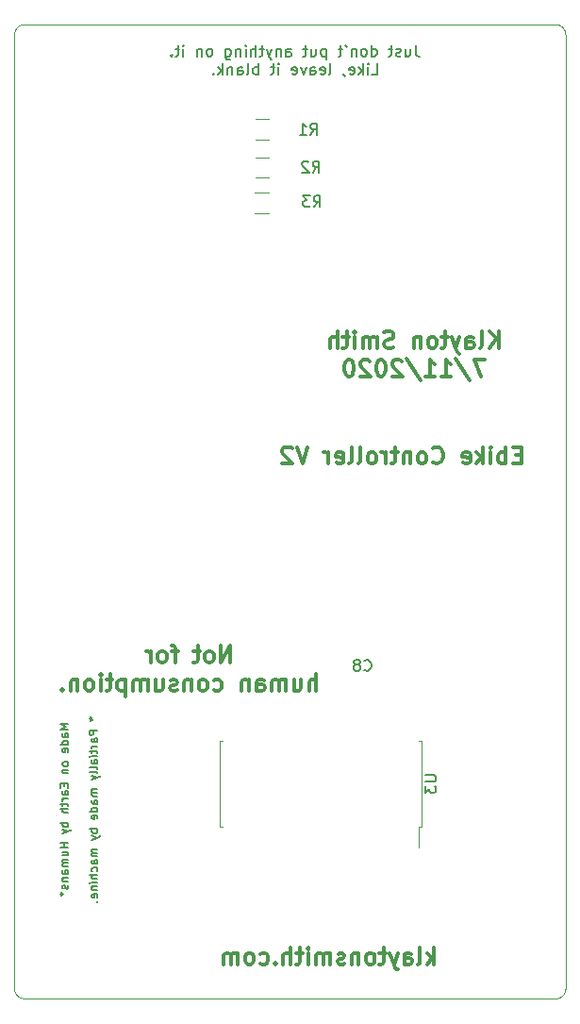
<source format=gbr>
G04 #@! TF.GenerationSoftware,KiCad,Pcbnew,(5.1.5)-3*
G04 #@! TF.CreationDate,2020-08-20T14:44:53-04:00*
G04 #@! TF.ProjectId,Ebike Board,4562696b-6520-4426-9f61-72642e6b6963,rev?*
G04 #@! TF.SameCoordinates,Original*
G04 #@! TF.FileFunction,Legend,Bot*
G04 #@! TF.FilePolarity,Positive*
%FSLAX46Y46*%
G04 Gerber Fmt 4.6, Leading zero omitted, Abs format (unit mm)*
G04 Created by KiCad (PCBNEW (5.1.5)-3) date 2020-08-20 14:44:53*
%MOMM*%
%LPD*%
G04 APERTURE LIST*
%ADD10C,0.120000*%
%ADD11C,0.050000*%
%ADD12C,0.300000*%
%ADD13C,0.150000*%
%ADD14C,0.187500*%
G04 APERTURE END LIST*
D10*
X111900000Y-157100000D02*
G75*
G02X111000000Y-156200000I0J900000D01*
G01*
X111000000Y-70600000D02*
G75*
G02X111900000Y-69700000I900000J0D01*
G01*
X159600000Y-69700000D02*
G75*
G02X160500000Y-70600000I0J-900000D01*
G01*
X160500000Y-156200000D02*
G75*
G02X159600000Y-157100000I-900000J0D01*
G01*
D11*
X111000000Y-156200000D02*
X111000000Y-70600000D01*
X159600000Y-157100000D02*
X111900000Y-157100000D01*
X160500000Y-70600000D02*
X160500000Y-156200000D01*
X111900000Y-69700000D02*
X159600000Y-69700000D01*
D12*
X148628571Y-153978571D02*
X148628571Y-152478571D01*
X148485714Y-153407142D02*
X148057142Y-153978571D01*
X148057142Y-152978571D02*
X148628571Y-153550000D01*
X147200000Y-153978571D02*
X147342857Y-153907142D01*
X147414285Y-153764285D01*
X147414285Y-152478571D01*
X145985714Y-153978571D02*
X145985714Y-153192857D01*
X146057142Y-153050000D01*
X146200000Y-152978571D01*
X146485714Y-152978571D01*
X146628571Y-153050000D01*
X145985714Y-153907142D02*
X146128571Y-153978571D01*
X146485714Y-153978571D01*
X146628571Y-153907142D01*
X146700000Y-153764285D01*
X146700000Y-153621428D01*
X146628571Y-153478571D01*
X146485714Y-153407142D01*
X146128571Y-153407142D01*
X145985714Y-153335714D01*
X145414285Y-152978571D02*
X145057142Y-153978571D01*
X144700000Y-152978571D02*
X145057142Y-153978571D01*
X145200000Y-154335714D01*
X145271428Y-154407142D01*
X145414285Y-154478571D01*
X144342857Y-152978571D02*
X143771428Y-152978571D01*
X144128571Y-152478571D02*
X144128571Y-153764285D01*
X144057142Y-153907142D01*
X143914285Y-153978571D01*
X143771428Y-153978571D01*
X143057142Y-153978571D02*
X143200000Y-153907142D01*
X143271428Y-153835714D01*
X143342857Y-153692857D01*
X143342857Y-153264285D01*
X143271428Y-153121428D01*
X143200000Y-153050000D01*
X143057142Y-152978571D01*
X142842857Y-152978571D01*
X142700000Y-153050000D01*
X142628571Y-153121428D01*
X142557142Y-153264285D01*
X142557142Y-153692857D01*
X142628571Y-153835714D01*
X142700000Y-153907142D01*
X142842857Y-153978571D01*
X143057142Y-153978571D01*
X141914285Y-152978571D02*
X141914285Y-153978571D01*
X141914285Y-153121428D02*
X141842857Y-153050000D01*
X141700000Y-152978571D01*
X141485714Y-152978571D01*
X141342857Y-153050000D01*
X141271428Y-153192857D01*
X141271428Y-153978571D01*
X140628571Y-153907142D02*
X140485714Y-153978571D01*
X140200000Y-153978571D01*
X140057142Y-153907142D01*
X139985714Y-153764285D01*
X139985714Y-153692857D01*
X140057142Y-153550000D01*
X140200000Y-153478571D01*
X140414285Y-153478571D01*
X140557142Y-153407142D01*
X140628571Y-153264285D01*
X140628571Y-153192857D01*
X140557142Y-153050000D01*
X140414285Y-152978571D01*
X140200000Y-152978571D01*
X140057142Y-153050000D01*
X139342857Y-153978571D02*
X139342857Y-152978571D01*
X139342857Y-153121428D02*
X139271428Y-153050000D01*
X139128571Y-152978571D01*
X138914285Y-152978571D01*
X138771428Y-153050000D01*
X138700000Y-153192857D01*
X138700000Y-153978571D01*
X138700000Y-153192857D02*
X138628571Y-153050000D01*
X138485714Y-152978571D01*
X138271428Y-152978571D01*
X138128571Y-153050000D01*
X138057142Y-153192857D01*
X138057142Y-153978571D01*
X137342857Y-153978571D02*
X137342857Y-152978571D01*
X137342857Y-152478571D02*
X137414285Y-152550000D01*
X137342857Y-152621428D01*
X137271428Y-152550000D01*
X137342857Y-152478571D01*
X137342857Y-152621428D01*
X136842857Y-152978571D02*
X136271428Y-152978571D01*
X136628571Y-152478571D02*
X136628571Y-153764285D01*
X136557142Y-153907142D01*
X136414285Y-153978571D01*
X136271428Y-153978571D01*
X135771428Y-153978571D02*
X135771428Y-152478571D01*
X135128571Y-153978571D02*
X135128571Y-153192857D01*
X135200000Y-153050000D01*
X135342857Y-152978571D01*
X135557142Y-152978571D01*
X135700000Y-153050000D01*
X135771428Y-153121428D01*
X134414285Y-153835714D02*
X134342857Y-153907142D01*
X134414285Y-153978571D01*
X134485714Y-153907142D01*
X134414285Y-153835714D01*
X134414285Y-153978571D01*
X133057142Y-153907142D02*
X133200000Y-153978571D01*
X133485714Y-153978571D01*
X133628571Y-153907142D01*
X133700000Y-153835714D01*
X133771428Y-153692857D01*
X133771428Y-153264285D01*
X133700000Y-153121428D01*
X133628571Y-153050000D01*
X133485714Y-152978571D01*
X133200000Y-152978571D01*
X133057142Y-153050000D01*
X132200000Y-153978571D02*
X132342857Y-153907142D01*
X132414285Y-153835714D01*
X132485714Y-153692857D01*
X132485714Y-153264285D01*
X132414285Y-153121428D01*
X132342857Y-153050000D01*
X132200000Y-152978571D01*
X131985714Y-152978571D01*
X131842857Y-153050000D01*
X131771428Y-153121428D01*
X131700000Y-153264285D01*
X131700000Y-153692857D01*
X131771428Y-153835714D01*
X131842857Y-153907142D01*
X131985714Y-153978571D01*
X132200000Y-153978571D01*
X131057142Y-153978571D02*
X131057142Y-152978571D01*
X131057142Y-153121428D02*
X130985714Y-153050000D01*
X130842857Y-152978571D01*
X130628571Y-152978571D01*
X130485714Y-153050000D01*
X130414285Y-153192857D01*
X130414285Y-153978571D01*
X130414285Y-153192857D02*
X130342857Y-153050000D01*
X130200000Y-152978571D01*
X129985714Y-152978571D01*
X129842857Y-153050000D01*
X129771428Y-153192857D01*
X129771428Y-153978571D01*
D13*
X147009523Y-71527380D02*
X147009523Y-72241666D01*
X147057142Y-72384523D01*
X147152380Y-72479761D01*
X147295238Y-72527380D01*
X147390476Y-72527380D01*
X146104761Y-71860714D02*
X146104761Y-72527380D01*
X146533333Y-71860714D02*
X146533333Y-72384523D01*
X146485714Y-72479761D01*
X146390476Y-72527380D01*
X146247619Y-72527380D01*
X146152380Y-72479761D01*
X146104761Y-72432142D01*
X145676190Y-72479761D02*
X145580952Y-72527380D01*
X145390476Y-72527380D01*
X145295238Y-72479761D01*
X145247619Y-72384523D01*
X145247619Y-72336904D01*
X145295238Y-72241666D01*
X145390476Y-72194047D01*
X145533333Y-72194047D01*
X145628571Y-72146428D01*
X145676190Y-72051190D01*
X145676190Y-72003571D01*
X145628571Y-71908333D01*
X145533333Y-71860714D01*
X145390476Y-71860714D01*
X145295238Y-71908333D01*
X144961904Y-71860714D02*
X144580952Y-71860714D01*
X144819047Y-71527380D02*
X144819047Y-72384523D01*
X144771428Y-72479761D01*
X144676190Y-72527380D01*
X144580952Y-72527380D01*
X143057142Y-72527380D02*
X143057142Y-71527380D01*
X143057142Y-72479761D02*
X143152380Y-72527380D01*
X143342857Y-72527380D01*
X143438095Y-72479761D01*
X143485714Y-72432142D01*
X143533333Y-72336904D01*
X143533333Y-72051190D01*
X143485714Y-71955952D01*
X143438095Y-71908333D01*
X143342857Y-71860714D01*
X143152380Y-71860714D01*
X143057142Y-71908333D01*
X142438095Y-72527380D02*
X142533333Y-72479761D01*
X142580952Y-72432142D01*
X142628571Y-72336904D01*
X142628571Y-72051190D01*
X142580952Y-71955952D01*
X142533333Y-71908333D01*
X142438095Y-71860714D01*
X142295238Y-71860714D01*
X142200000Y-71908333D01*
X142152380Y-71955952D01*
X142104761Y-72051190D01*
X142104761Y-72336904D01*
X142152380Y-72432142D01*
X142200000Y-72479761D01*
X142295238Y-72527380D01*
X142438095Y-72527380D01*
X141676190Y-71860714D02*
X141676190Y-72527380D01*
X141676190Y-71955952D02*
X141628571Y-71908333D01*
X141533333Y-71860714D01*
X141390476Y-71860714D01*
X141295238Y-71908333D01*
X141247619Y-72003571D01*
X141247619Y-72527380D01*
X140723809Y-71527380D02*
X140819047Y-71717857D01*
X140438095Y-71860714D02*
X140057142Y-71860714D01*
X140295238Y-71527380D02*
X140295238Y-72384523D01*
X140247619Y-72479761D01*
X140152380Y-72527380D01*
X140057142Y-72527380D01*
X138961904Y-71860714D02*
X138961904Y-72860714D01*
X138961904Y-71908333D02*
X138866666Y-71860714D01*
X138676190Y-71860714D01*
X138580952Y-71908333D01*
X138533333Y-71955952D01*
X138485714Y-72051190D01*
X138485714Y-72336904D01*
X138533333Y-72432142D01*
X138580952Y-72479761D01*
X138676190Y-72527380D01*
X138866666Y-72527380D01*
X138961904Y-72479761D01*
X137628571Y-71860714D02*
X137628571Y-72527380D01*
X138057142Y-71860714D02*
X138057142Y-72384523D01*
X138009523Y-72479761D01*
X137914285Y-72527380D01*
X137771428Y-72527380D01*
X137676190Y-72479761D01*
X137628571Y-72432142D01*
X137295238Y-71860714D02*
X136914285Y-71860714D01*
X137152380Y-71527380D02*
X137152380Y-72384523D01*
X137104761Y-72479761D01*
X137009523Y-72527380D01*
X136914285Y-72527380D01*
X135390476Y-72527380D02*
X135390476Y-72003571D01*
X135438095Y-71908333D01*
X135533333Y-71860714D01*
X135723809Y-71860714D01*
X135819047Y-71908333D01*
X135390476Y-72479761D02*
X135485714Y-72527380D01*
X135723809Y-72527380D01*
X135819047Y-72479761D01*
X135866666Y-72384523D01*
X135866666Y-72289285D01*
X135819047Y-72194047D01*
X135723809Y-72146428D01*
X135485714Y-72146428D01*
X135390476Y-72098809D01*
X134914285Y-71860714D02*
X134914285Y-72527380D01*
X134914285Y-71955952D02*
X134866666Y-71908333D01*
X134771428Y-71860714D01*
X134628571Y-71860714D01*
X134533333Y-71908333D01*
X134485714Y-72003571D01*
X134485714Y-72527380D01*
X134104761Y-71860714D02*
X133866666Y-72527380D01*
X133628571Y-71860714D02*
X133866666Y-72527380D01*
X133961904Y-72765476D01*
X134009523Y-72813095D01*
X134104761Y-72860714D01*
X133390476Y-71860714D02*
X133009523Y-71860714D01*
X133247619Y-71527380D02*
X133247619Y-72384523D01*
X133200000Y-72479761D01*
X133104761Y-72527380D01*
X133009523Y-72527380D01*
X132676190Y-72527380D02*
X132676190Y-71527380D01*
X132247619Y-72527380D02*
X132247619Y-72003571D01*
X132295238Y-71908333D01*
X132390476Y-71860714D01*
X132533333Y-71860714D01*
X132628571Y-71908333D01*
X132676190Y-71955952D01*
X131771428Y-72527380D02*
X131771428Y-71860714D01*
X131771428Y-71527380D02*
X131819047Y-71575000D01*
X131771428Y-71622619D01*
X131723809Y-71575000D01*
X131771428Y-71527380D01*
X131771428Y-71622619D01*
X131295238Y-71860714D02*
X131295238Y-72527380D01*
X131295238Y-71955952D02*
X131247619Y-71908333D01*
X131152380Y-71860714D01*
X131009523Y-71860714D01*
X130914285Y-71908333D01*
X130866666Y-72003571D01*
X130866666Y-72527380D01*
X129961904Y-71860714D02*
X129961904Y-72670238D01*
X130009523Y-72765476D01*
X130057142Y-72813095D01*
X130152380Y-72860714D01*
X130295238Y-72860714D01*
X130390476Y-72813095D01*
X129961904Y-72479761D02*
X130057142Y-72527380D01*
X130247619Y-72527380D01*
X130342857Y-72479761D01*
X130390476Y-72432142D01*
X130438095Y-72336904D01*
X130438095Y-72051190D01*
X130390476Y-71955952D01*
X130342857Y-71908333D01*
X130247619Y-71860714D01*
X130057142Y-71860714D01*
X129961904Y-71908333D01*
X128580952Y-72527380D02*
X128676190Y-72479761D01*
X128723809Y-72432142D01*
X128771428Y-72336904D01*
X128771428Y-72051190D01*
X128723809Y-71955952D01*
X128676190Y-71908333D01*
X128580952Y-71860714D01*
X128438095Y-71860714D01*
X128342857Y-71908333D01*
X128295238Y-71955952D01*
X128247619Y-72051190D01*
X128247619Y-72336904D01*
X128295238Y-72432142D01*
X128342857Y-72479761D01*
X128438095Y-72527380D01*
X128580952Y-72527380D01*
X127819047Y-71860714D02*
X127819047Y-72527380D01*
X127819047Y-71955952D02*
X127771428Y-71908333D01*
X127676190Y-71860714D01*
X127533333Y-71860714D01*
X127438095Y-71908333D01*
X127390476Y-72003571D01*
X127390476Y-72527380D01*
X126152380Y-72527380D02*
X126152380Y-71860714D01*
X126152380Y-71527380D02*
X126200000Y-71575000D01*
X126152380Y-71622619D01*
X126104761Y-71575000D01*
X126152380Y-71527380D01*
X126152380Y-71622619D01*
X125819047Y-71860714D02*
X125438095Y-71860714D01*
X125676190Y-71527380D02*
X125676190Y-72384523D01*
X125628571Y-72479761D01*
X125533333Y-72527380D01*
X125438095Y-72527380D01*
X125104761Y-72432142D02*
X125057142Y-72479761D01*
X125104761Y-72527380D01*
X125152380Y-72479761D01*
X125104761Y-72432142D01*
X125104761Y-72527380D01*
X143080952Y-74177380D02*
X143557142Y-74177380D01*
X143557142Y-73177380D01*
X142747619Y-74177380D02*
X142747619Y-73510714D01*
X142747619Y-73177380D02*
X142795238Y-73225000D01*
X142747619Y-73272619D01*
X142700000Y-73225000D01*
X142747619Y-73177380D01*
X142747619Y-73272619D01*
X142271428Y-74177380D02*
X142271428Y-73177380D01*
X142176190Y-73796428D02*
X141890476Y-74177380D01*
X141890476Y-73510714D02*
X142271428Y-73891666D01*
X141080952Y-74129761D02*
X141176190Y-74177380D01*
X141366666Y-74177380D01*
X141461904Y-74129761D01*
X141509523Y-74034523D01*
X141509523Y-73653571D01*
X141461904Y-73558333D01*
X141366666Y-73510714D01*
X141176190Y-73510714D01*
X141080952Y-73558333D01*
X141033333Y-73653571D01*
X141033333Y-73748809D01*
X141509523Y-73844047D01*
X140557142Y-74129761D02*
X140557142Y-74177380D01*
X140604761Y-74272619D01*
X140652380Y-74320238D01*
X139223809Y-74177380D02*
X139319047Y-74129761D01*
X139366666Y-74034523D01*
X139366666Y-73177380D01*
X138461904Y-74129761D02*
X138557142Y-74177380D01*
X138747619Y-74177380D01*
X138842857Y-74129761D01*
X138890476Y-74034523D01*
X138890476Y-73653571D01*
X138842857Y-73558333D01*
X138747619Y-73510714D01*
X138557142Y-73510714D01*
X138461904Y-73558333D01*
X138414285Y-73653571D01*
X138414285Y-73748809D01*
X138890476Y-73844047D01*
X137557142Y-74177380D02*
X137557142Y-73653571D01*
X137604761Y-73558333D01*
X137700000Y-73510714D01*
X137890476Y-73510714D01*
X137985714Y-73558333D01*
X137557142Y-74129761D02*
X137652380Y-74177380D01*
X137890476Y-74177380D01*
X137985714Y-74129761D01*
X138033333Y-74034523D01*
X138033333Y-73939285D01*
X137985714Y-73844047D01*
X137890476Y-73796428D01*
X137652380Y-73796428D01*
X137557142Y-73748809D01*
X137176190Y-73510714D02*
X136938095Y-74177380D01*
X136700000Y-73510714D01*
X135938095Y-74129761D02*
X136033333Y-74177380D01*
X136223809Y-74177380D01*
X136319047Y-74129761D01*
X136366666Y-74034523D01*
X136366666Y-73653571D01*
X136319047Y-73558333D01*
X136223809Y-73510714D01*
X136033333Y-73510714D01*
X135938095Y-73558333D01*
X135890476Y-73653571D01*
X135890476Y-73748809D01*
X136366666Y-73844047D01*
X134700000Y-74177380D02*
X134700000Y-73510714D01*
X134700000Y-73177380D02*
X134747619Y-73225000D01*
X134700000Y-73272619D01*
X134652380Y-73225000D01*
X134700000Y-73177380D01*
X134700000Y-73272619D01*
X134366666Y-73510714D02*
X133985714Y-73510714D01*
X134223809Y-73177380D02*
X134223809Y-74034523D01*
X134176190Y-74129761D01*
X134080952Y-74177380D01*
X133985714Y-74177380D01*
X132890476Y-74177380D02*
X132890476Y-73177380D01*
X132890476Y-73558333D02*
X132795238Y-73510714D01*
X132604761Y-73510714D01*
X132509523Y-73558333D01*
X132461904Y-73605952D01*
X132414285Y-73701190D01*
X132414285Y-73986904D01*
X132461904Y-74082142D01*
X132509523Y-74129761D01*
X132604761Y-74177380D01*
X132795238Y-74177380D01*
X132890476Y-74129761D01*
X131842857Y-74177380D02*
X131938095Y-74129761D01*
X131985714Y-74034523D01*
X131985714Y-73177380D01*
X131033333Y-74177380D02*
X131033333Y-73653571D01*
X131080952Y-73558333D01*
X131176190Y-73510714D01*
X131366666Y-73510714D01*
X131461904Y-73558333D01*
X131033333Y-74129761D02*
X131128571Y-74177380D01*
X131366666Y-74177380D01*
X131461904Y-74129761D01*
X131509523Y-74034523D01*
X131509523Y-73939285D01*
X131461904Y-73844047D01*
X131366666Y-73796428D01*
X131128571Y-73796428D01*
X131033333Y-73748809D01*
X130557142Y-73510714D02*
X130557142Y-74177380D01*
X130557142Y-73605952D02*
X130509523Y-73558333D01*
X130414285Y-73510714D01*
X130271428Y-73510714D01*
X130176190Y-73558333D01*
X130128571Y-73653571D01*
X130128571Y-74177380D01*
X129652380Y-74177380D02*
X129652380Y-73177380D01*
X129557142Y-73796428D02*
X129271428Y-74177380D01*
X129271428Y-73510714D02*
X129652380Y-73891666D01*
X128842857Y-74082142D02*
X128795238Y-74129761D01*
X128842857Y-74177380D01*
X128890476Y-74129761D01*
X128842857Y-74082142D01*
X128842857Y-74177380D01*
D14*
X115826785Y-132439285D02*
X115076785Y-132439285D01*
X115612500Y-132689285D01*
X115076785Y-132939285D01*
X115826785Y-132939285D01*
X115826785Y-133617857D02*
X115433928Y-133617857D01*
X115362500Y-133582142D01*
X115326785Y-133510714D01*
X115326785Y-133367857D01*
X115362500Y-133296428D01*
X115791071Y-133617857D02*
X115826785Y-133546428D01*
X115826785Y-133367857D01*
X115791071Y-133296428D01*
X115719642Y-133260714D01*
X115648214Y-133260714D01*
X115576785Y-133296428D01*
X115541071Y-133367857D01*
X115541071Y-133546428D01*
X115505357Y-133617857D01*
X115826785Y-134296428D02*
X115076785Y-134296428D01*
X115791071Y-134296428D02*
X115826785Y-134225000D01*
X115826785Y-134082142D01*
X115791071Y-134010714D01*
X115755357Y-133975000D01*
X115683928Y-133939285D01*
X115469642Y-133939285D01*
X115398214Y-133975000D01*
X115362500Y-134010714D01*
X115326785Y-134082142D01*
X115326785Y-134225000D01*
X115362500Y-134296428D01*
X115791071Y-134939285D02*
X115826785Y-134867857D01*
X115826785Y-134725000D01*
X115791071Y-134653571D01*
X115719642Y-134617857D01*
X115433928Y-134617857D01*
X115362500Y-134653571D01*
X115326785Y-134725000D01*
X115326785Y-134867857D01*
X115362500Y-134939285D01*
X115433928Y-134975000D01*
X115505357Y-134975000D01*
X115576785Y-134617857D01*
X115826785Y-135975000D02*
X115791071Y-135903571D01*
X115755357Y-135867857D01*
X115683928Y-135832142D01*
X115469642Y-135832142D01*
X115398214Y-135867857D01*
X115362500Y-135903571D01*
X115326785Y-135975000D01*
X115326785Y-136082142D01*
X115362500Y-136153571D01*
X115398214Y-136189285D01*
X115469642Y-136225000D01*
X115683928Y-136225000D01*
X115755357Y-136189285D01*
X115791071Y-136153571D01*
X115826785Y-136082142D01*
X115826785Y-135975000D01*
X115326785Y-136546428D02*
X115826785Y-136546428D01*
X115398214Y-136546428D02*
X115362500Y-136582142D01*
X115326785Y-136653571D01*
X115326785Y-136760714D01*
X115362500Y-136832142D01*
X115433928Y-136867857D01*
X115826785Y-136867857D01*
X115433928Y-137796428D02*
X115433928Y-138046428D01*
X115826785Y-138153571D02*
X115826785Y-137796428D01*
X115076785Y-137796428D01*
X115076785Y-138153571D01*
X115826785Y-138796428D02*
X115433928Y-138796428D01*
X115362500Y-138760714D01*
X115326785Y-138689285D01*
X115326785Y-138546428D01*
X115362500Y-138475000D01*
X115791071Y-138796428D02*
X115826785Y-138725000D01*
X115826785Y-138546428D01*
X115791071Y-138475000D01*
X115719642Y-138439285D01*
X115648214Y-138439285D01*
X115576785Y-138475000D01*
X115541071Y-138546428D01*
X115541071Y-138725000D01*
X115505357Y-138796428D01*
X115826785Y-139153571D02*
X115326785Y-139153571D01*
X115469642Y-139153571D02*
X115398214Y-139189285D01*
X115362500Y-139225000D01*
X115326785Y-139296428D01*
X115326785Y-139367857D01*
X115326785Y-139510714D02*
X115326785Y-139796428D01*
X115076785Y-139617857D02*
X115719642Y-139617857D01*
X115791071Y-139653571D01*
X115826785Y-139725000D01*
X115826785Y-139796428D01*
X115826785Y-140046428D02*
X115076785Y-140046428D01*
X115826785Y-140367857D02*
X115433928Y-140367857D01*
X115362500Y-140332142D01*
X115326785Y-140260714D01*
X115326785Y-140153571D01*
X115362500Y-140082142D01*
X115398214Y-140046428D01*
X115826785Y-141296428D02*
X115076785Y-141296428D01*
X115362500Y-141296428D02*
X115326785Y-141367857D01*
X115326785Y-141510714D01*
X115362500Y-141582142D01*
X115398214Y-141617857D01*
X115469642Y-141653571D01*
X115683928Y-141653571D01*
X115755357Y-141617857D01*
X115791071Y-141582142D01*
X115826785Y-141510714D01*
X115826785Y-141367857D01*
X115791071Y-141296428D01*
X115326785Y-141903571D02*
X115826785Y-142082142D01*
X115326785Y-142260714D02*
X115826785Y-142082142D01*
X116005357Y-142010714D01*
X116041071Y-141975000D01*
X116076785Y-141903571D01*
X115826785Y-143117857D02*
X115076785Y-143117857D01*
X115433928Y-143117857D02*
X115433928Y-143546428D01*
X115826785Y-143546428D02*
X115076785Y-143546428D01*
X115326785Y-144225000D02*
X115826785Y-144225000D01*
X115326785Y-143903571D02*
X115719642Y-143903571D01*
X115791071Y-143939285D01*
X115826785Y-144010714D01*
X115826785Y-144117857D01*
X115791071Y-144189285D01*
X115755357Y-144225000D01*
X115826785Y-144582142D02*
X115326785Y-144582142D01*
X115398214Y-144582142D02*
X115362500Y-144617857D01*
X115326785Y-144689285D01*
X115326785Y-144796428D01*
X115362500Y-144867857D01*
X115433928Y-144903571D01*
X115826785Y-144903571D01*
X115433928Y-144903571D02*
X115362500Y-144939285D01*
X115326785Y-145010714D01*
X115326785Y-145117857D01*
X115362500Y-145189285D01*
X115433928Y-145225000D01*
X115826785Y-145225000D01*
X115826785Y-145903571D02*
X115433928Y-145903571D01*
X115362500Y-145867857D01*
X115326785Y-145796428D01*
X115326785Y-145653571D01*
X115362500Y-145582142D01*
X115791071Y-145903571D02*
X115826785Y-145832142D01*
X115826785Y-145653571D01*
X115791071Y-145582142D01*
X115719642Y-145546428D01*
X115648214Y-145546428D01*
X115576785Y-145582142D01*
X115541071Y-145653571D01*
X115541071Y-145832142D01*
X115505357Y-145903571D01*
X115326785Y-146260714D02*
X115826785Y-146260714D01*
X115398214Y-146260714D02*
X115362500Y-146296428D01*
X115326785Y-146367857D01*
X115326785Y-146475000D01*
X115362500Y-146546428D01*
X115433928Y-146582142D01*
X115826785Y-146582142D01*
X115791071Y-146903571D02*
X115826785Y-146975000D01*
X115826785Y-147117857D01*
X115791071Y-147189285D01*
X115719642Y-147225000D01*
X115683928Y-147225000D01*
X115612500Y-147189285D01*
X115576785Y-147117857D01*
X115576785Y-147010714D01*
X115541071Y-146939285D01*
X115469642Y-146903571D01*
X115433928Y-146903571D01*
X115362500Y-146939285D01*
X115326785Y-147010714D01*
X115326785Y-147117857D01*
X115362500Y-147189285D01*
X115076785Y-147653571D02*
X115255357Y-147653571D01*
X115183928Y-147475000D02*
X115255357Y-147653571D01*
X115183928Y-147832142D01*
X115398214Y-147546428D02*
X115255357Y-147653571D01*
X115398214Y-147760714D01*
X117701785Y-131957142D02*
X117880357Y-131957142D01*
X117808928Y-131778571D02*
X117880357Y-131957142D01*
X117808928Y-132135714D01*
X118023214Y-131850000D02*
X117880357Y-131957142D01*
X118023214Y-132064285D01*
X118451785Y-132992857D02*
X117701785Y-132992857D01*
X117701785Y-133278571D01*
X117737500Y-133350000D01*
X117773214Y-133385714D01*
X117844642Y-133421428D01*
X117951785Y-133421428D01*
X118023214Y-133385714D01*
X118058928Y-133350000D01*
X118094642Y-133278571D01*
X118094642Y-132992857D01*
X118451785Y-134064285D02*
X118058928Y-134064285D01*
X117987500Y-134028571D01*
X117951785Y-133957142D01*
X117951785Y-133814285D01*
X117987500Y-133742857D01*
X118416071Y-134064285D02*
X118451785Y-133992857D01*
X118451785Y-133814285D01*
X118416071Y-133742857D01*
X118344642Y-133707142D01*
X118273214Y-133707142D01*
X118201785Y-133742857D01*
X118166071Y-133814285D01*
X118166071Y-133992857D01*
X118130357Y-134064285D01*
X118451785Y-134421428D02*
X117951785Y-134421428D01*
X118094642Y-134421428D02*
X118023214Y-134457142D01*
X117987500Y-134492857D01*
X117951785Y-134564285D01*
X117951785Y-134635714D01*
X117951785Y-134778571D02*
X117951785Y-135064285D01*
X117701785Y-134885714D02*
X118344642Y-134885714D01*
X118416071Y-134921428D01*
X118451785Y-134992857D01*
X118451785Y-135064285D01*
X118451785Y-135314285D02*
X117951785Y-135314285D01*
X117701785Y-135314285D02*
X117737500Y-135278571D01*
X117773214Y-135314285D01*
X117737500Y-135350000D01*
X117701785Y-135314285D01*
X117773214Y-135314285D01*
X118451785Y-135992857D02*
X118058928Y-135992857D01*
X117987500Y-135957142D01*
X117951785Y-135885714D01*
X117951785Y-135742857D01*
X117987500Y-135671428D01*
X118416071Y-135992857D02*
X118451785Y-135921428D01*
X118451785Y-135742857D01*
X118416071Y-135671428D01*
X118344642Y-135635714D01*
X118273214Y-135635714D01*
X118201785Y-135671428D01*
X118166071Y-135742857D01*
X118166071Y-135921428D01*
X118130357Y-135992857D01*
X118451785Y-136457142D02*
X118416071Y-136385714D01*
X118344642Y-136350000D01*
X117701785Y-136350000D01*
X118451785Y-136850000D02*
X118416071Y-136778571D01*
X118344642Y-136742857D01*
X117701785Y-136742857D01*
X117951785Y-137064285D02*
X118451785Y-137242857D01*
X117951785Y-137421428D02*
X118451785Y-137242857D01*
X118630357Y-137171428D01*
X118666071Y-137135714D01*
X118701785Y-137064285D01*
X118451785Y-138278571D02*
X117951785Y-138278571D01*
X118023214Y-138278571D02*
X117987500Y-138314285D01*
X117951785Y-138385714D01*
X117951785Y-138492857D01*
X117987500Y-138564285D01*
X118058928Y-138600000D01*
X118451785Y-138600000D01*
X118058928Y-138600000D02*
X117987500Y-138635714D01*
X117951785Y-138707142D01*
X117951785Y-138814285D01*
X117987500Y-138885714D01*
X118058928Y-138921428D01*
X118451785Y-138921428D01*
X118451785Y-139600000D02*
X118058928Y-139600000D01*
X117987500Y-139564285D01*
X117951785Y-139492857D01*
X117951785Y-139350000D01*
X117987500Y-139278571D01*
X118416071Y-139600000D02*
X118451785Y-139528571D01*
X118451785Y-139350000D01*
X118416071Y-139278571D01*
X118344642Y-139242857D01*
X118273214Y-139242857D01*
X118201785Y-139278571D01*
X118166071Y-139350000D01*
X118166071Y-139528571D01*
X118130357Y-139600000D01*
X118451785Y-140278571D02*
X117701785Y-140278571D01*
X118416071Y-140278571D02*
X118451785Y-140207142D01*
X118451785Y-140064285D01*
X118416071Y-139992857D01*
X118380357Y-139957142D01*
X118308928Y-139921428D01*
X118094642Y-139921428D01*
X118023214Y-139957142D01*
X117987500Y-139992857D01*
X117951785Y-140064285D01*
X117951785Y-140207142D01*
X117987500Y-140278571D01*
X118416071Y-140921428D02*
X118451785Y-140850000D01*
X118451785Y-140707142D01*
X118416071Y-140635714D01*
X118344642Y-140600000D01*
X118058928Y-140600000D01*
X117987500Y-140635714D01*
X117951785Y-140707142D01*
X117951785Y-140850000D01*
X117987500Y-140921428D01*
X118058928Y-140957142D01*
X118130357Y-140957142D01*
X118201785Y-140600000D01*
X118451785Y-141850000D02*
X117701785Y-141850000D01*
X117987500Y-141850000D02*
X117951785Y-141921428D01*
X117951785Y-142064285D01*
X117987500Y-142135714D01*
X118023214Y-142171428D01*
X118094642Y-142207142D01*
X118308928Y-142207142D01*
X118380357Y-142171428D01*
X118416071Y-142135714D01*
X118451785Y-142064285D01*
X118451785Y-141921428D01*
X118416071Y-141850000D01*
X117951785Y-142457142D02*
X118451785Y-142635714D01*
X117951785Y-142814285D02*
X118451785Y-142635714D01*
X118630357Y-142564285D01*
X118666071Y-142528571D01*
X118701785Y-142457142D01*
X118451785Y-143671428D02*
X117951785Y-143671428D01*
X118023214Y-143671428D02*
X117987500Y-143707142D01*
X117951785Y-143778571D01*
X117951785Y-143885714D01*
X117987500Y-143957142D01*
X118058928Y-143992857D01*
X118451785Y-143992857D01*
X118058928Y-143992857D02*
X117987500Y-144028571D01*
X117951785Y-144100000D01*
X117951785Y-144207142D01*
X117987500Y-144278571D01*
X118058928Y-144314285D01*
X118451785Y-144314285D01*
X118451785Y-144992857D02*
X118058928Y-144992857D01*
X117987500Y-144957142D01*
X117951785Y-144885714D01*
X117951785Y-144742857D01*
X117987500Y-144671428D01*
X118416071Y-144992857D02*
X118451785Y-144921428D01*
X118451785Y-144742857D01*
X118416071Y-144671428D01*
X118344642Y-144635714D01*
X118273214Y-144635714D01*
X118201785Y-144671428D01*
X118166071Y-144742857D01*
X118166071Y-144921428D01*
X118130357Y-144992857D01*
X118416071Y-145671428D02*
X118451785Y-145600000D01*
X118451785Y-145457142D01*
X118416071Y-145385714D01*
X118380357Y-145350000D01*
X118308928Y-145314285D01*
X118094642Y-145314285D01*
X118023214Y-145350000D01*
X117987500Y-145385714D01*
X117951785Y-145457142D01*
X117951785Y-145600000D01*
X117987500Y-145671428D01*
X118451785Y-145992857D02*
X117701785Y-145992857D01*
X118451785Y-146314285D02*
X118058928Y-146314285D01*
X117987500Y-146278571D01*
X117951785Y-146207142D01*
X117951785Y-146100000D01*
X117987500Y-146028571D01*
X118023214Y-145992857D01*
X118451785Y-146671428D02*
X117951785Y-146671428D01*
X117701785Y-146671428D02*
X117737500Y-146635714D01*
X117773214Y-146671428D01*
X117737500Y-146707142D01*
X117701785Y-146671428D01*
X117773214Y-146671428D01*
X117951785Y-147028571D02*
X118451785Y-147028571D01*
X118023214Y-147028571D02*
X117987500Y-147064285D01*
X117951785Y-147135714D01*
X117951785Y-147242857D01*
X117987500Y-147314285D01*
X118058928Y-147350000D01*
X118451785Y-147350000D01*
X118416071Y-147992857D02*
X118451785Y-147921428D01*
X118451785Y-147778571D01*
X118416071Y-147707142D01*
X118344642Y-147671428D01*
X118058928Y-147671428D01*
X117987500Y-147707142D01*
X117951785Y-147778571D01*
X117951785Y-147921428D01*
X117987500Y-147992857D01*
X118058928Y-148028571D01*
X118130357Y-148028571D01*
X118201785Y-147671428D01*
X118380357Y-148350000D02*
X118416071Y-148385714D01*
X118451785Y-148350000D01*
X118416071Y-148314285D01*
X118380357Y-148350000D01*
X118451785Y-148350000D01*
D12*
X130378571Y-126903571D02*
X130378571Y-125403571D01*
X129521428Y-126903571D01*
X129521428Y-125403571D01*
X128592857Y-126903571D02*
X128735714Y-126832142D01*
X128807142Y-126760714D01*
X128878571Y-126617857D01*
X128878571Y-126189285D01*
X128807142Y-126046428D01*
X128735714Y-125975000D01*
X128592857Y-125903571D01*
X128378571Y-125903571D01*
X128235714Y-125975000D01*
X128164285Y-126046428D01*
X128092857Y-126189285D01*
X128092857Y-126617857D01*
X128164285Y-126760714D01*
X128235714Y-126832142D01*
X128378571Y-126903571D01*
X128592857Y-126903571D01*
X127664285Y-125903571D02*
X127092857Y-125903571D01*
X127450000Y-125403571D02*
X127450000Y-126689285D01*
X127378571Y-126832142D01*
X127235714Y-126903571D01*
X127092857Y-126903571D01*
X125664285Y-125903571D02*
X125092857Y-125903571D01*
X125450000Y-126903571D02*
X125450000Y-125617857D01*
X125378571Y-125475000D01*
X125235714Y-125403571D01*
X125092857Y-125403571D01*
X124378571Y-126903571D02*
X124521428Y-126832142D01*
X124592857Y-126760714D01*
X124664285Y-126617857D01*
X124664285Y-126189285D01*
X124592857Y-126046428D01*
X124521428Y-125975000D01*
X124378571Y-125903571D01*
X124164285Y-125903571D01*
X124021428Y-125975000D01*
X123950000Y-126046428D01*
X123878571Y-126189285D01*
X123878571Y-126617857D01*
X123950000Y-126760714D01*
X124021428Y-126832142D01*
X124164285Y-126903571D01*
X124378571Y-126903571D01*
X123235714Y-126903571D02*
X123235714Y-125903571D01*
X123235714Y-126189285D02*
X123164285Y-126046428D01*
X123092857Y-125975000D01*
X122950000Y-125903571D01*
X122807142Y-125903571D01*
X138092857Y-129453571D02*
X138092857Y-127953571D01*
X137450000Y-129453571D02*
X137450000Y-128667857D01*
X137521428Y-128525000D01*
X137664285Y-128453571D01*
X137878571Y-128453571D01*
X138021428Y-128525000D01*
X138092857Y-128596428D01*
X136092857Y-128453571D02*
X136092857Y-129453571D01*
X136735714Y-128453571D02*
X136735714Y-129239285D01*
X136664285Y-129382142D01*
X136521428Y-129453571D01*
X136307142Y-129453571D01*
X136164285Y-129382142D01*
X136092857Y-129310714D01*
X135378571Y-129453571D02*
X135378571Y-128453571D01*
X135378571Y-128596428D02*
X135307142Y-128525000D01*
X135164285Y-128453571D01*
X134950000Y-128453571D01*
X134807142Y-128525000D01*
X134735714Y-128667857D01*
X134735714Y-129453571D01*
X134735714Y-128667857D02*
X134664285Y-128525000D01*
X134521428Y-128453571D01*
X134307142Y-128453571D01*
X134164285Y-128525000D01*
X134092857Y-128667857D01*
X134092857Y-129453571D01*
X132735714Y-129453571D02*
X132735714Y-128667857D01*
X132807142Y-128525000D01*
X132950000Y-128453571D01*
X133235714Y-128453571D01*
X133378571Y-128525000D01*
X132735714Y-129382142D02*
X132878571Y-129453571D01*
X133235714Y-129453571D01*
X133378571Y-129382142D01*
X133450000Y-129239285D01*
X133450000Y-129096428D01*
X133378571Y-128953571D01*
X133235714Y-128882142D01*
X132878571Y-128882142D01*
X132735714Y-128810714D01*
X132021428Y-128453571D02*
X132021428Y-129453571D01*
X132021428Y-128596428D02*
X131950000Y-128525000D01*
X131807142Y-128453571D01*
X131592857Y-128453571D01*
X131450000Y-128525000D01*
X131378571Y-128667857D01*
X131378571Y-129453571D01*
X128878571Y-129382142D02*
X129021428Y-129453571D01*
X129307142Y-129453571D01*
X129450000Y-129382142D01*
X129521428Y-129310714D01*
X129592857Y-129167857D01*
X129592857Y-128739285D01*
X129521428Y-128596428D01*
X129450000Y-128525000D01*
X129307142Y-128453571D01*
X129021428Y-128453571D01*
X128878571Y-128525000D01*
X128021428Y-129453571D02*
X128164285Y-129382142D01*
X128235714Y-129310714D01*
X128307142Y-129167857D01*
X128307142Y-128739285D01*
X128235714Y-128596428D01*
X128164285Y-128525000D01*
X128021428Y-128453571D01*
X127807142Y-128453571D01*
X127664285Y-128525000D01*
X127592857Y-128596428D01*
X127521428Y-128739285D01*
X127521428Y-129167857D01*
X127592857Y-129310714D01*
X127664285Y-129382142D01*
X127807142Y-129453571D01*
X128021428Y-129453571D01*
X126878571Y-128453571D02*
X126878571Y-129453571D01*
X126878571Y-128596428D02*
X126807142Y-128525000D01*
X126664285Y-128453571D01*
X126450000Y-128453571D01*
X126307142Y-128525000D01*
X126235714Y-128667857D01*
X126235714Y-129453571D01*
X125592857Y-129382142D02*
X125450000Y-129453571D01*
X125164285Y-129453571D01*
X125021428Y-129382142D01*
X124950000Y-129239285D01*
X124950000Y-129167857D01*
X125021428Y-129025000D01*
X125164285Y-128953571D01*
X125378571Y-128953571D01*
X125521428Y-128882142D01*
X125592857Y-128739285D01*
X125592857Y-128667857D01*
X125521428Y-128525000D01*
X125378571Y-128453571D01*
X125164285Y-128453571D01*
X125021428Y-128525000D01*
X123664285Y-128453571D02*
X123664285Y-129453571D01*
X124307142Y-128453571D02*
X124307142Y-129239285D01*
X124235714Y-129382142D01*
X124092857Y-129453571D01*
X123878571Y-129453571D01*
X123735714Y-129382142D01*
X123664285Y-129310714D01*
X122950000Y-129453571D02*
X122950000Y-128453571D01*
X122950000Y-128596428D02*
X122878571Y-128525000D01*
X122735714Y-128453571D01*
X122521428Y-128453571D01*
X122378571Y-128525000D01*
X122307142Y-128667857D01*
X122307142Y-129453571D01*
X122307142Y-128667857D02*
X122235714Y-128525000D01*
X122092857Y-128453571D01*
X121878571Y-128453571D01*
X121735714Y-128525000D01*
X121664285Y-128667857D01*
X121664285Y-129453571D01*
X120950000Y-128453571D02*
X120950000Y-129953571D01*
X120950000Y-128525000D02*
X120807142Y-128453571D01*
X120521428Y-128453571D01*
X120378571Y-128525000D01*
X120307142Y-128596428D01*
X120235714Y-128739285D01*
X120235714Y-129167857D01*
X120307142Y-129310714D01*
X120378571Y-129382142D01*
X120521428Y-129453571D01*
X120807142Y-129453571D01*
X120950000Y-129382142D01*
X119807142Y-128453571D02*
X119235714Y-128453571D01*
X119592857Y-127953571D02*
X119592857Y-129239285D01*
X119521428Y-129382142D01*
X119378571Y-129453571D01*
X119235714Y-129453571D01*
X118735714Y-129453571D02*
X118735714Y-128453571D01*
X118735714Y-127953571D02*
X118807142Y-128025000D01*
X118735714Y-128096428D01*
X118664285Y-128025000D01*
X118735714Y-127953571D01*
X118735714Y-128096428D01*
X117807142Y-129453571D02*
X117950000Y-129382142D01*
X118021428Y-129310714D01*
X118092857Y-129167857D01*
X118092857Y-128739285D01*
X118021428Y-128596428D01*
X117950000Y-128525000D01*
X117807142Y-128453571D01*
X117592857Y-128453571D01*
X117450000Y-128525000D01*
X117378571Y-128596428D01*
X117307142Y-128739285D01*
X117307142Y-129167857D01*
X117378571Y-129310714D01*
X117450000Y-129382142D01*
X117592857Y-129453571D01*
X117807142Y-129453571D01*
X116664285Y-128453571D02*
X116664285Y-129453571D01*
X116664285Y-128596428D02*
X116592857Y-128525000D01*
X116450000Y-128453571D01*
X116235714Y-128453571D01*
X116092857Y-128525000D01*
X116021428Y-128667857D01*
X116021428Y-129453571D01*
X115307142Y-129310714D02*
X115235714Y-129382142D01*
X115307142Y-129453571D01*
X115378571Y-129382142D01*
X115307142Y-129310714D01*
X115307142Y-129453571D01*
X156478571Y-108292857D02*
X155978571Y-108292857D01*
X155764285Y-109078571D02*
X156478571Y-109078571D01*
X156478571Y-107578571D01*
X155764285Y-107578571D01*
X155121428Y-109078571D02*
X155121428Y-107578571D01*
X155121428Y-108150000D02*
X154978571Y-108078571D01*
X154692857Y-108078571D01*
X154550000Y-108150000D01*
X154478571Y-108221428D01*
X154407142Y-108364285D01*
X154407142Y-108792857D01*
X154478571Y-108935714D01*
X154550000Y-109007142D01*
X154692857Y-109078571D01*
X154978571Y-109078571D01*
X155121428Y-109007142D01*
X153764285Y-109078571D02*
X153764285Y-108078571D01*
X153764285Y-107578571D02*
X153835714Y-107650000D01*
X153764285Y-107721428D01*
X153692857Y-107650000D01*
X153764285Y-107578571D01*
X153764285Y-107721428D01*
X153050000Y-109078571D02*
X153050000Y-107578571D01*
X152907142Y-108507142D02*
X152478571Y-109078571D01*
X152478571Y-108078571D02*
X153050000Y-108650000D01*
X151264285Y-109007142D02*
X151407142Y-109078571D01*
X151692857Y-109078571D01*
X151835714Y-109007142D01*
X151907142Y-108864285D01*
X151907142Y-108292857D01*
X151835714Y-108150000D01*
X151692857Y-108078571D01*
X151407142Y-108078571D01*
X151264285Y-108150000D01*
X151192857Y-108292857D01*
X151192857Y-108435714D01*
X151907142Y-108578571D01*
X148550000Y-108935714D02*
X148621428Y-109007142D01*
X148835714Y-109078571D01*
X148978571Y-109078571D01*
X149192857Y-109007142D01*
X149335714Y-108864285D01*
X149407142Y-108721428D01*
X149478571Y-108435714D01*
X149478571Y-108221428D01*
X149407142Y-107935714D01*
X149335714Y-107792857D01*
X149192857Y-107650000D01*
X148978571Y-107578571D01*
X148835714Y-107578571D01*
X148621428Y-107650000D01*
X148550000Y-107721428D01*
X147692857Y-109078571D02*
X147835714Y-109007142D01*
X147907142Y-108935714D01*
X147978571Y-108792857D01*
X147978571Y-108364285D01*
X147907142Y-108221428D01*
X147835714Y-108150000D01*
X147692857Y-108078571D01*
X147478571Y-108078571D01*
X147335714Y-108150000D01*
X147264285Y-108221428D01*
X147192857Y-108364285D01*
X147192857Y-108792857D01*
X147264285Y-108935714D01*
X147335714Y-109007142D01*
X147478571Y-109078571D01*
X147692857Y-109078571D01*
X146550000Y-108078571D02*
X146550000Y-109078571D01*
X146550000Y-108221428D02*
X146478571Y-108150000D01*
X146335714Y-108078571D01*
X146121428Y-108078571D01*
X145978571Y-108150000D01*
X145907142Y-108292857D01*
X145907142Y-109078571D01*
X145407142Y-108078571D02*
X144835714Y-108078571D01*
X145192857Y-107578571D02*
X145192857Y-108864285D01*
X145121428Y-109007142D01*
X144978571Y-109078571D01*
X144835714Y-109078571D01*
X144335714Y-109078571D02*
X144335714Y-108078571D01*
X144335714Y-108364285D02*
X144264285Y-108221428D01*
X144192857Y-108150000D01*
X144050000Y-108078571D01*
X143907142Y-108078571D01*
X143192857Y-109078571D02*
X143335714Y-109007142D01*
X143407142Y-108935714D01*
X143478571Y-108792857D01*
X143478571Y-108364285D01*
X143407142Y-108221428D01*
X143335714Y-108150000D01*
X143192857Y-108078571D01*
X142978571Y-108078571D01*
X142835714Y-108150000D01*
X142764285Y-108221428D01*
X142692857Y-108364285D01*
X142692857Y-108792857D01*
X142764285Y-108935714D01*
X142835714Y-109007142D01*
X142978571Y-109078571D01*
X143192857Y-109078571D01*
X141835714Y-109078571D02*
X141978571Y-109007142D01*
X142050000Y-108864285D01*
X142050000Y-107578571D01*
X141050000Y-109078571D02*
X141192857Y-109007142D01*
X141264285Y-108864285D01*
X141264285Y-107578571D01*
X139907142Y-109007142D02*
X140050000Y-109078571D01*
X140335714Y-109078571D01*
X140478571Y-109007142D01*
X140550000Y-108864285D01*
X140550000Y-108292857D01*
X140478571Y-108150000D01*
X140335714Y-108078571D01*
X140050000Y-108078571D01*
X139907142Y-108150000D01*
X139835714Y-108292857D01*
X139835714Y-108435714D01*
X140550000Y-108578571D01*
X139192857Y-109078571D02*
X139192857Y-108078571D01*
X139192857Y-108364285D02*
X139121428Y-108221428D01*
X139050000Y-108150000D01*
X138907142Y-108078571D01*
X138764285Y-108078571D01*
X137335714Y-107578571D02*
X136835714Y-109078571D01*
X136335714Y-107578571D01*
X135907142Y-107721428D02*
X135835714Y-107650000D01*
X135692857Y-107578571D01*
X135335714Y-107578571D01*
X135192857Y-107650000D01*
X135121428Y-107721428D01*
X135050000Y-107864285D01*
X135050000Y-108007142D01*
X135121428Y-108221428D01*
X135978571Y-109078571D01*
X135050000Y-109078571D01*
X154471428Y-98703571D02*
X154471428Y-97203571D01*
X153614285Y-98703571D02*
X154257142Y-97846428D01*
X153614285Y-97203571D02*
X154471428Y-98060714D01*
X152757142Y-98703571D02*
X152900000Y-98632142D01*
X152971428Y-98489285D01*
X152971428Y-97203571D01*
X151542857Y-98703571D02*
X151542857Y-97917857D01*
X151614285Y-97775000D01*
X151757142Y-97703571D01*
X152042857Y-97703571D01*
X152185714Y-97775000D01*
X151542857Y-98632142D02*
X151685714Y-98703571D01*
X152042857Y-98703571D01*
X152185714Y-98632142D01*
X152257142Y-98489285D01*
X152257142Y-98346428D01*
X152185714Y-98203571D01*
X152042857Y-98132142D01*
X151685714Y-98132142D01*
X151542857Y-98060714D01*
X150971428Y-97703571D02*
X150614285Y-98703571D01*
X150257142Y-97703571D02*
X150614285Y-98703571D01*
X150757142Y-99060714D01*
X150828571Y-99132142D01*
X150971428Y-99203571D01*
X149900000Y-97703571D02*
X149328571Y-97703571D01*
X149685714Y-97203571D02*
X149685714Y-98489285D01*
X149614285Y-98632142D01*
X149471428Y-98703571D01*
X149328571Y-98703571D01*
X148614285Y-98703571D02*
X148757142Y-98632142D01*
X148828571Y-98560714D01*
X148900000Y-98417857D01*
X148900000Y-97989285D01*
X148828571Y-97846428D01*
X148757142Y-97775000D01*
X148614285Y-97703571D01*
X148400000Y-97703571D01*
X148257142Y-97775000D01*
X148185714Y-97846428D01*
X148114285Y-97989285D01*
X148114285Y-98417857D01*
X148185714Y-98560714D01*
X148257142Y-98632142D01*
X148400000Y-98703571D01*
X148614285Y-98703571D01*
X147471428Y-97703571D02*
X147471428Y-98703571D01*
X147471428Y-97846428D02*
X147400000Y-97775000D01*
X147257142Y-97703571D01*
X147042857Y-97703571D01*
X146900000Y-97775000D01*
X146828571Y-97917857D01*
X146828571Y-98703571D01*
X145042857Y-98632142D02*
X144828571Y-98703571D01*
X144471428Y-98703571D01*
X144328571Y-98632142D01*
X144257142Y-98560714D01*
X144185714Y-98417857D01*
X144185714Y-98275000D01*
X144257142Y-98132142D01*
X144328571Y-98060714D01*
X144471428Y-97989285D01*
X144757142Y-97917857D01*
X144900000Y-97846428D01*
X144971428Y-97775000D01*
X145042857Y-97632142D01*
X145042857Y-97489285D01*
X144971428Y-97346428D01*
X144900000Y-97275000D01*
X144757142Y-97203571D01*
X144400000Y-97203571D01*
X144185714Y-97275000D01*
X143542857Y-98703571D02*
X143542857Y-97703571D01*
X143542857Y-97846428D02*
X143471428Y-97775000D01*
X143328571Y-97703571D01*
X143114285Y-97703571D01*
X142971428Y-97775000D01*
X142900000Y-97917857D01*
X142900000Y-98703571D01*
X142900000Y-97917857D02*
X142828571Y-97775000D01*
X142685714Y-97703571D01*
X142471428Y-97703571D01*
X142328571Y-97775000D01*
X142257142Y-97917857D01*
X142257142Y-98703571D01*
X141542857Y-98703571D02*
X141542857Y-97703571D01*
X141542857Y-97203571D02*
X141614285Y-97275000D01*
X141542857Y-97346428D01*
X141471428Y-97275000D01*
X141542857Y-97203571D01*
X141542857Y-97346428D01*
X141042857Y-97703571D02*
X140471428Y-97703571D01*
X140828571Y-97203571D02*
X140828571Y-98489285D01*
X140757142Y-98632142D01*
X140614285Y-98703571D01*
X140471428Y-98703571D01*
X139971428Y-98703571D02*
X139971428Y-97203571D01*
X139328571Y-98703571D02*
X139328571Y-97917857D01*
X139400000Y-97775000D01*
X139542857Y-97703571D01*
X139757142Y-97703571D01*
X139900000Y-97775000D01*
X139971428Y-97846428D01*
X153257142Y-99753571D02*
X152257142Y-99753571D01*
X152900000Y-101253571D01*
X150614285Y-99682142D02*
X151900000Y-101610714D01*
X149328571Y-101253571D02*
X150185714Y-101253571D01*
X149757142Y-101253571D02*
X149757142Y-99753571D01*
X149900000Y-99967857D01*
X150042857Y-100110714D01*
X150185714Y-100182142D01*
X147900000Y-101253571D02*
X148757142Y-101253571D01*
X148328571Y-101253571D02*
X148328571Y-99753571D01*
X148471428Y-99967857D01*
X148614285Y-100110714D01*
X148757142Y-100182142D01*
X146185714Y-99682142D02*
X147471428Y-101610714D01*
X145757142Y-99896428D02*
X145685714Y-99825000D01*
X145542857Y-99753571D01*
X145185714Y-99753571D01*
X145042857Y-99825000D01*
X144971428Y-99896428D01*
X144900000Y-100039285D01*
X144900000Y-100182142D01*
X144971428Y-100396428D01*
X145828571Y-101253571D01*
X144900000Y-101253571D01*
X143971428Y-99753571D02*
X143828571Y-99753571D01*
X143685714Y-99825000D01*
X143614285Y-99896428D01*
X143542857Y-100039285D01*
X143471428Y-100325000D01*
X143471428Y-100682142D01*
X143542857Y-100967857D01*
X143614285Y-101110714D01*
X143685714Y-101182142D01*
X143828571Y-101253571D01*
X143971428Y-101253571D01*
X144114285Y-101182142D01*
X144185714Y-101110714D01*
X144257142Y-100967857D01*
X144328571Y-100682142D01*
X144328571Y-100325000D01*
X144257142Y-100039285D01*
X144185714Y-99896428D01*
X144114285Y-99825000D01*
X143971428Y-99753571D01*
X142900000Y-99896428D02*
X142828571Y-99825000D01*
X142685714Y-99753571D01*
X142328571Y-99753571D01*
X142185714Y-99825000D01*
X142114285Y-99896428D01*
X142042857Y-100039285D01*
X142042857Y-100182142D01*
X142114285Y-100396428D01*
X142971428Y-101253571D01*
X142042857Y-101253571D01*
X141114285Y-99753571D02*
X140971428Y-99753571D01*
X140828571Y-99825000D01*
X140757142Y-99896428D01*
X140685714Y-100039285D01*
X140614285Y-100325000D01*
X140614285Y-100682142D01*
X140685714Y-100967857D01*
X140757142Y-101110714D01*
X140828571Y-101182142D01*
X140971428Y-101253571D01*
X141114285Y-101253571D01*
X141257142Y-101182142D01*
X141328571Y-101110714D01*
X141400000Y-100967857D01*
X141471428Y-100682142D01*
X141471428Y-100325000D01*
X141400000Y-100039285D01*
X141328571Y-99896428D01*
X141257142Y-99825000D01*
X141114285Y-99753571D01*
D10*
X133814064Y-83410000D02*
X132609936Y-83410000D01*
X133814064Y-81590000D02*
X132609936Y-81590000D01*
X147315000Y-141660000D02*
X147315000Y-143475000D01*
X147560000Y-141660000D02*
X147315000Y-141660000D01*
X147560000Y-137800000D02*
X147560000Y-141660000D01*
X147560000Y-133940000D02*
X147315000Y-133940000D01*
X147560000Y-137800000D02*
X147560000Y-133940000D01*
X129440000Y-141660000D02*
X129685000Y-141660000D01*
X129440000Y-137800000D02*
X129440000Y-141660000D01*
X129440000Y-133940000D02*
X129685000Y-133940000D01*
X129440000Y-137800000D02*
X129440000Y-133940000D01*
X133790064Y-86610000D02*
X132585936Y-86610000D01*
X133790064Y-84790000D02*
X132585936Y-84790000D01*
X133814064Y-80010000D02*
X132609936Y-80010000D01*
X133814064Y-78190000D02*
X132609936Y-78190000D01*
D13*
X137766666Y-82952380D02*
X138100000Y-82476190D01*
X138338095Y-82952380D02*
X138338095Y-81952380D01*
X137957142Y-81952380D01*
X137861904Y-82000000D01*
X137814285Y-82047619D01*
X137766666Y-82142857D01*
X137766666Y-82285714D01*
X137814285Y-82380952D01*
X137861904Y-82428571D01*
X137957142Y-82476190D01*
X138338095Y-82476190D01*
X137385714Y-82047619D02*
X137338095Y-82000000D01*
X137242857Y-81952380D01*
X137004761Y-81952380D01*
X136909523Y-82000000D01*
X136861904Y-82047619D01*
X136814285Y-82142857D01*
X136814285Y-82238095D01*
X136861904Y-82380952D01*
X137433333Y-82952380D01*
X136814285Y-82952380D01*
X147852380Y-137038095D02*
X148661904Y-137038095D01*
X148757142Y-137085714D01*
X148804761Y-137133333D01*
X148852380Y-137228571D01*
X148852380Y-137419047D01*
X148804761Y-137514285D01*
X148757142Y-137561904D01*
X148661904Y-137609523D01*
X147852380Y-137609523D01*
X147852380Y-137990476D02*
X147852380Y-138609523D01*
X148233333Y-138276190D01*
X148233333Y-138419047D01*
X148280952Y-138514285D01*
X148328571Y-138561904D01*
X148423809Y-138609523D01*
X148661904Y-138609523D01*
X148757142Y-138561904D01*
X148804761Y-138514285D01*
X148852380Y-138419047D01*
X148852380Y-138133333D01*
X148804761Y-138038095D01*
X148757142Y-137990476D01*
X137866666Y-86052380D02*
X138200000Y-85576190D01*
X138438095Y-86052380D02*
X138438095Y-85052380D01*
X138057142Y-85052380D01*
X137961904Y-85100000D01*
X137914285Y-85147619D01*
X137866666Y-85242857D01*
X137866666Y-85385714D01*
X137914285Y-85480952D01*
X137961904Y-85528571D01*
X138057142Y-85576190D01*
X138438095Y-85576190D01*
X137533333Y-85052380D02*
X136914285Y-85052380D01*
X137247619Y-85433333D01*
X137104761Y-85433333D01*
X137009523Y-85480952D01*
X136961904Y-85528571D01*
X136914285Y-85623809D01*
X136914285Y-85861904D01*
X136961904Y-85957142D01*
X137009523Y-86004761D01*
X137104761Y-86052380D01*
X137390476Y-86052380D01*
X137485714Y-86004761D01*
X137533333Y-85957142D01*
X137566666Y-79552380D02*
X137900000Y-79076190D01*
X138138095Y-79552380D02*
X138138095Y-78552380D01*
X137757142Y-78552380D01*
X137661904Y-78600000D01*
X137614285Y-78647619D01*
X137566666Y-78742857D01*
X137566666Y-78885714D01*
X137614285Y-78980952D01*
X137661904Y-79028571D01*
X137757142Y-79076190D01*
X138138095Y-79076190D01*
X136614285Y-79552380D02*
X137185714Y-79552380D01*
X136900000Y-79552380D02*
X136900000Y-78552380D01*
X136995238Y-78695238D01*
X137090476Y-78790476D01*
X137185714Y-78838095D01*
X142406666Y-127577142D02*
X142454285Y-127624761D01*
X142597142Y-127672380D01*
X142692380Y-127672380D01*
X142835238Y-127624761D01*
X142930476Y-127529523D01*
X142978095Y-127434285D01*
X143025714Y-127243809D01*
X143025714Y-127100952D01*
X142978095Y-126910476D01*
X142930476Y-126815238D01*
X142835238Y-126720000D01*
X142692380Y-126672380D01*
X142597142Y-126672380D01*
X142454285Y-126720000D01*
X142406666Y-126767619D01*
X141835238Y-127100952D02*
X141930476Y-127053333D01*
X141978095Y-127005714D01*
X142025714Y-126910476D01*
X142025714Y-126862857D01*
X141978095Y-126767619D01*
X141930476Y-126720000D01*
X141835238Y-126672380D01*
X141644761Y-126672380D01*
X141549523Y-126720000D01*
X141501904Y-126767619D01*
X141454285Y-126862857D01*
X141454285Y-126910476D01*
X141501904Y-127005714D01*
X141549523Y-127053333D01*
X141644761Y-127100952D01*
X141835238Y-127100952D01*
X141930476Y-127148571D01*
X141978095Y-127196190D01*
X142025714Y-127291428D01*
X142025714Y-127481904D01*
X141978095Y-127577142D01*
X141930476Y-127624761D01*
X141835238Y-127672380D01*
X141644761Y-127672380D01*
X141549523Y-127624761D01*
X141501904Y-127577142D01*
X141454285Y-127481904D01*
X141454285Y-127291428D01*
X141501904Y-127196190D01*
X141549523Y-127148571D01*
X141644761Y-127100952D01*
M02*

</source>
